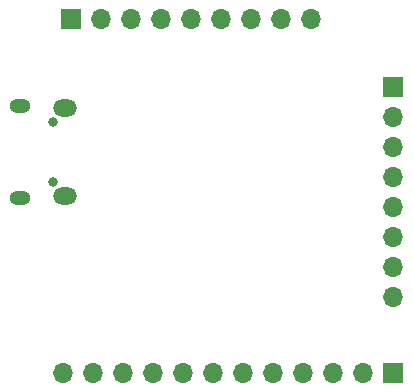
<source format=gbr>
%TF.GenerationSoftware,KiCad,Pcbnew,(6.0.6)*%
%TF.CreationDate,2022-07-26T20:01:32-05:00*%
%TF.ProjectId,Arduino_Clone,41726475-696e-46f5-9f43-6c6f6e652e6b,rev?*%
%TF.SameCoordinates,Original*%
%TF.FileFunction,Soldermask,Bot*%
%TF.FilePolarity,Negative*%
%FSLAX46Y46*%
G04 Gerber Fmt 4.6, Leading zero omitted, Abs format (unit mm)*
G04 Created by KiCad (PCBNEW (6.0.6)) date 2022-07-26 20:01:32*
%MOMM*%
%LPD*%
G01*
G04 APERTURE LIST*
%ADD10O,0.800000X0.800000*%
%ADD11O,2.000000X1.450000*%
%ADD12O,1.800000X1.150000*%
%ADD13R,1.700000X1.700000*%
%ADD14O,1.700000X1.700000*%
G04 APERTURE END LIST*
D10*
%TO.C,J4*%
X124825000Y-41345000D03*
X124825000Y-36345000D03*
D11*
X125875000Y-35120000D03*
D12*
X122075000Y-34970000D03*
X122075000Y-42720000D03*
D11*
X125875000Y-42570000D03*
%TD*%
D13*
%TO.C,J3*%
X153620000Y-57525000D03*
D14*
X151080000Y-57525000D03*
X148540000Y-57525000D03*
X146000000Y-57525000D03*
X143460000Y-57525000D03*
X140920000Y-57525000D03*
X138380000Y-57525000D03*
X135840000Y-57525000D03*
X133300000Y-57525000D03*
X130760000Y-57525000D03*
X128220000Y-57525000D03*
X125680000Y-57525000D03*
%TD*%
D13*
%TO.C,J1*%
X126390000Y-27570000D03*
D14*
X128930000Y-27570000D03*
X131470000Y-27570000D03*
X134010000Y-27570000D03*
X136550000Y-27570000D03*
X139090000Y-27570000D03*
X141630000Y-27570000D03*
X144170000Y-27570000D03*
X146710000Y-27570000D03*
%TD*%
D13*
%TO.C,J2*%
X153620000Y-33345000D03*
D14*
X153620000Y-35885000D03*
X153620000Y-38425000D03*
X153620000Y-40965000D03*
X153620000Y-43505000D03*
X153620000Y-46045000D03*
X153620000Y-48585000D03*
X153620000Y-51125000D03*
%TD*%
M02*

</source>
